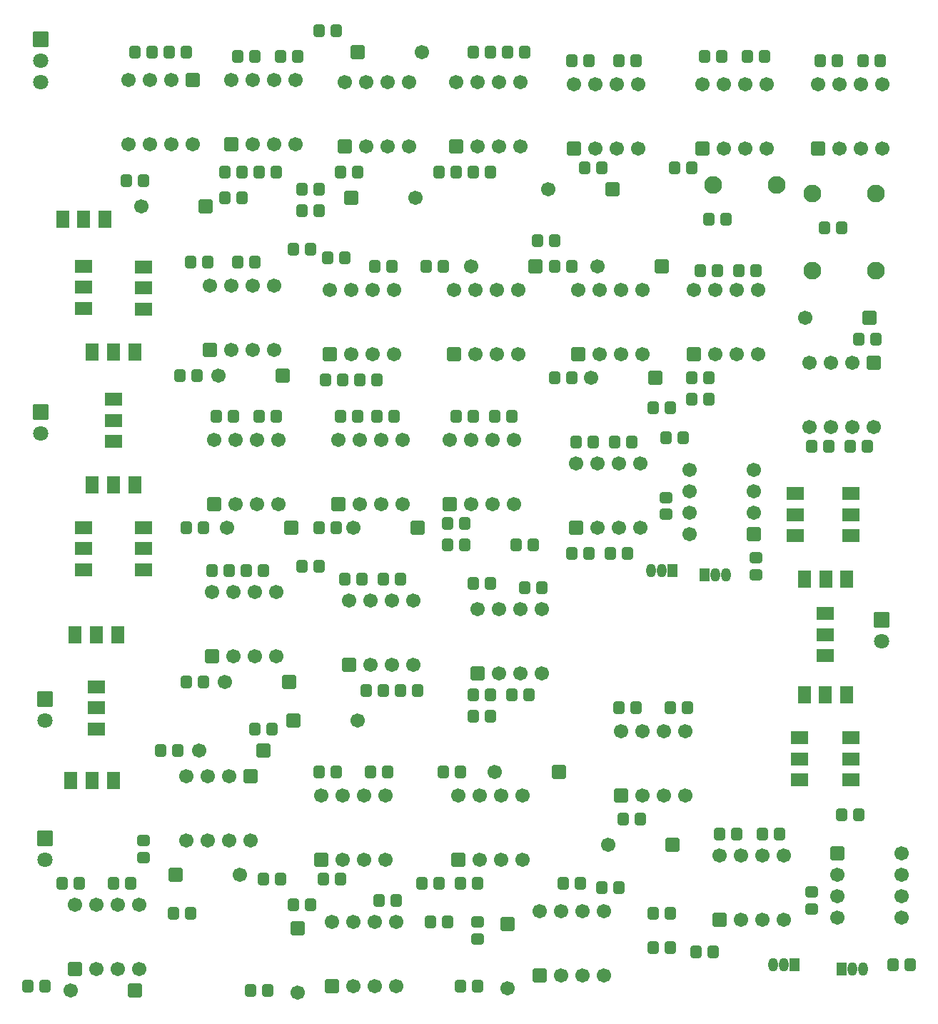
<source format=gbr>
%TF.GenerationSoftware,KiCad,Pcbnew,9.0.5*%
%TF.CreationDate,2025-11-05T22:12:35+05:30*%
%TF.ProjectId,final,66696e61-6c2e-46b6-9963-61645f706362,rev?*%
%TF.SameCoordinates,Original*%
%TF.FileFunction,Soldermask,Top*%
%TF.FilePolarity,Negative*%
%FSLAX46Y46*%
G04 Gerber Fmt 4.6, Leading zero omitted, Abs format (unit mm)*
G04 Created by KiCad (PCBNEW 9.0.5) date 2025-11-05 22:12:35*
%MOMM*%
%LPD*%
G01*
G04 APERTURE LIST*
G04 Aperture macros list*
%AMRoundRect*
0 Rectangle with rounded corners*
0 $1 Rounding radius*
0 $2 $3 $4 $5 $6 $7 $8 $9 X,Y pos of 4 corners*
0 Add a 4 corners polygon primitive as box body*
4,1,4,$2,$3,$4,$5,$6,$7,$8,$9,$2,$3,0*
0 Add four circle primitives for the rounded corners*
1,1,$1+$1,$2,$3*
1,1,$1+$1,$4,$5*
1,1,$1+$1,$6,$7*
1,1,$1+$1,$8,$9*
0 Add four rect primitives between the rounded corners*
20,1,$1+$1,$2,$3,$4,$5,0*
20,1,$1+$1,$4,$5,$6,$7,0*
20,1,$1+$1,$6,$7,$8,$9,0*
20,1,$1+$1,$8,$9,$2,$3,0*%
G04 Aperture macros list end*
%ADD10RoundRect,0.271166X-0.379634X-0.479634X0.379634X-0.479634X0.379634X0.479634X-0.379634X0.479634X0*%
%ADD11RoundRect,0.265875X-0.584925X-0.584925X0.584925X-0.584925X0.584925X0.584925X-0.584925X0.584925X0*%
%ADD12C,1.701600*%
%ADD13RoundRect,0.271166X0.379634X0.479634X-0.379634X0.479634X-0.379634X-0.479634X0.379634X-0.479634X0*%
%ADD14RoundRect,0.265875X0.584925X0.584925X-0.584925X0.584925X-0.584925X-0.584925X0.584925X-0.584925X0*%
%ADD15RoundRect,0.265875X0.584925X-0.584925X0.584925X0.584925X-0.584925X0.584925X-0.584925X-0.584925X0*%
%ADD16RoundRect,0.050800X-0.850000X-0.850000X0.850000X-0.850000X0.850000X0.850000X-0.850000X0.850000X0*%
%ADD17C,1.801600*%
%ADD18RoundRect,0.271166X-0.479634X0.379634X-0.479634X-0.379634X0.479634X-0.379634X0.479634X0.379634X0*%
%ADD19RoundRect,0.240240X-0.560560X-0.810560X0.560560X-0.810560X0.560560X0.810560X-0.560560X0.810560X0*%
%ADD20RoundRect,0.271166X0.479634X-0.379634X0.479634X0.379634X-0.479634X0.379634X-0.479634X-0.379634X0*%
%ADD21RoundRect,0.265875X-0.584925X0.584925X-0.584925X-0.584925X0.584925X-0.584925X0.584925X0.584925X0*%
%ADD22RoundRect,0.050800X0.525000X0.750000X-0.525000X0.750000X-0.525000X-0.750000X0.525000X-0.750000X0*%
%ADD23O,1.151600X1.601600*%
%ADD24RoundRect,0.240240X-0.810560X0.560560X-0.810560X-0.560560X0.810560X-0.560560X0.810560X0.560560X0*%
%ADD25C,2.101600*%
%ADD26RoundRect,0.240240X0.560560X0.810560X-0.560560X0.810560X-0.560560X-0.810560X0.560560X-0.810560X0*%
%ADD27RoundRect,0.240240X0.810560X-0.560560X0.810560X0.560560X-0.810560X0.560560X-0.810560X-0.560560X0*%
%ADD28RoundRect,0.050800X-0.525000X-0.750000X0.525000X-0.750000X0.525000X0.750000X-0.525000X0.750000X0*%
G04 APERTURE END LIST*
D10*
%TO.C,R59*%
X256540000Y-120396000D03*
X258540000Y-120396000D03*
%TD*%
D11*
%TO.C,U30*%
X254000000Y-181356000D03*
D12*
X254000000Y-183896000D03*
X254000000Y-186436000D03*
X254000000Y-188976000D03*
X261620000Y-188976000D03*
X261620000Y-186436000D03*
X261620000Y-183896000D03*
X261620000Y-181356000D03*
%TD*%
D10*
%TO.C,R20*%
X238776000Y-106172000D03*
X240776000Y-106172000D03*
%TD*%
%TO.C,R35*%
X197374000Y-125217000D03*
X199374000Y-125217000D03*
%TD*%
D13*
%TO.C,R70*%
X204184000Y-162052000D03*
X202184000Y-162052000D03*
%TD*%
D10*
%TO.C,R5*%
X170720000Y-86360000D03*
X172720000Y-86360000D03*
%TD*%
%TO.C,R42*%
X190500000Y-147320000D03*
X192500000Y-147320000D03*
%TD*%
%TO.C,R8*%
X195088000Y-100584000D03*
X197088000Y-100584000D03*
%TD*%
%TO.C,R91*%
X207264000Y-171704000D03*
X209264000Y-171704000D03*
%TD*%
%TO.C,R93*%
X189500000Y-187452000D03*
X191500000Y-187452000D03*
%TD*%
%TO.C,R31*%
X185436000Y-129540000D03*
X187436000Y-129540000D03*
%TD*%
D14*
%TO.C,D5*%
X188214000Y-124709000D03*
D12*
X180594000Y-124709000D03*
%TD*%
D10*
%TO.C,R73*%
X200168000Y-148844000D03*
X202168000Y-148844000D03*
%TD*%
D15*
%TO.C,U15*%
X223266000Y-122169000D03*
D12*
X225806000Y-122169000D03*
X228346000Y-122169000D03*
X230886000Y-122169000D03*
X230886000Y-114549000D03*
X228346000Y-114549000D03*
X225806000Y-114549000D03*
X223266000Y-114549000D03*
%TD*%
D15*
%TO.C,U10*%
X193802000Y-122169000D03*
D12*
X196342000Y-122169000D03*
X198882000Y-122169000D03*
X201422000Y-122169000D03*
X201422000Y-114549000D03*
X198882000Y-114549000D03*
X196342000Y-114549000D03*
X193802000Y-114549000D03*
%TD*%
D10*
%TO.C,R44*%
X207804000Y-144780000D03*
X209804000Y-144780000D03*
%TD*%
%TO.C,R77*%
X216916000Y-149860000D03*
X218916000Y-149860000D03*
%TD*%
%TO.C,R34*%
X199136000Y-111760000D03*
X201136000Y-111760000D03*
%TD*%
%TO.C,R19*%
X234728000Y-100076000D03*
X236728000Y-100076000D03*
%TD*%
%TO.C,R30*%
X180356000Y-129540000D03*
X182356000Y-129540000D03*
%TD*%
D15*
%TO.C,U8*%
X179578000Y-121661000D03*
D12*
X182118000Y-121661000D03*
X184658000Y-121661000D03*
X187198000Y-121661000D03*
X187198000Y-114041000D03*
X184658000Y-114041000D03*
X182118000Y-114041000D03*
X179578000Y-114041000D03*
%TD*%
D13*
%TO.C,R22*%
X245348000Y-86868000D03*
X243348000Y-86868000D03*
%TD*%
D10*
%TO.C,R108*%
X260620000Y-194564000D03*
X262620000Y-194564000D03*
%TD*%
D16*
%TO.C,J1*%
X159512000Y-84836000D03*
D17*
X159512000Y-87376000D03*
X159512000Y-89916000D03*
%TD*%
D18*
%TO.C,R80*%
X171704000Y-179848000D03*
X171704000Y-181848000D03*
%TD*%
D10*
%TO.C,R99*%
X205740000Y-189484000D03*
X207740000Y-189484000D03*
%TD*%
%TO.C,R49*%
X205232000Y-111760000D03*
X207232000Y-111760000D03*
%TD*%
D16*
%TO.C,J4*%
X160045000Y-179598000D03*
D17*
X160045000Y-182138000D03*
%TD*%
D13*
%TO.C,R103*%
X234172000Y-188468000D03*
X232172000Y-188468000D03*
%TD*%
D15*
%TO.C,U9*%
X180086000Y-139949000D03*
D12*
X182626000Y-139949000D03*
X185166000Y-139949000D03*
X187706000Y-139949000D03*
X187706000Y-132329000D03*
X185166000Y-132329000D03*
X182626000Y-132329000D03*
X180086000Y-132329000D03*
%TD*%
D10*
%TO.C,R3*%
X182896000Y-86868000D03*
X184896000Y-86868000D03*
%TD*%
%TO.C,R26*%
X176038000Y-124709000D03*
X178038000Y-124709000D03*
%TD*%
D13*
%TO.C,R61*%
X252952000Y-133096000D03*
X250952000Y-133096000D03*
%TD*%
D10*
%TO.C,R82*%
X162068000Y-184912000D03*
X164068000Y-184912000D03*
%TD*%
D14*
%TO.C,D6*%
X189230000Y-142748000D03*
D12*
X181610000Y-142748000D03*
%TD*%
D15*
%TO.C,U18*%
X223012000Y-142748000D03*
D12*
X225552000Y-142748000D03*
X228092000Y-142748000D03*
X230632000Y-142748000D03*
X230632000Y-135128000D03*
X228092000Y-135128000D03*
X225552000Y-135128000D03*
X223012000Y-135128000D03*
%TD*%
D11*
%TO.C,D14*%
X189484000Y-165608000D03*
D12*
X197104000Y-165608000D03*
%TD*%
D14*
%TO.C,D12*%
X257810000Y-117856000D03*
D12*
X250190000Y-117856000D03*
%TD*%
D10*
%TO.C,R52*%
X223012000Y-132588000D03*
X225012000Y-132588000D03*
%TD*%
%TO.C,R6*%
X174768000Y-86360000D03*
X176768000Y-86360000D03*
%TD*%
D13*
%TO.C,R74*%
X217408000Y-162560000D03*
X215408000Y-162560000D03*
%TD*%
%TO.C,R13*%
X192516000Y-105156000D03*
X190516000Y-105156000D03*
%TD*%
D10*
%TO.C,R55*%
X218440000Y-108712000D03*
X220440000Y-108712000D03*
%TD*%
D14*
%TO.C,D16*%
X170688000Y-197612000D03*
D12*
X163068000Y-197612000D03*
%TD*%
D10*
%TO.C,R43*%
X199406000Y-129540000D03*
X201406000Y-129540000D03*
%TD*%
%TO.C,R37*%
X176784000Y-161036000D03*
X178784000Y-161036000D03*
%TD*%
D19*
%TO.C,SW13*%
X163108000Y-172720000D03*
X165608000Y-172720000D03*
X168108000Y-172720000D03*
%TD*%
D14*
%TO.C,D20*%
X234442000Y-180340000D03*
D12*
X226822000Y-180340000D03*
%TD*%
D14*
%TO.C,U19*%
X244089000Y-143510000D03*
D12*
X244089000Y-140970000D03*
X244089000Y-138430000D03*
X244089000Y-135890000D03*
X236469000Y-135890000D03*
X236469000Y-138430000D03*
X236469000Y-140970000D03*
X236469000Y-143510000D03*
%TD*%
D13*
%TO.C,R71*%
X200120000Y-162052000D03*
X198120000Y-162052000D03*
%TD*%
%TO.C,R45*%
X209772000Y-142240000D03*
X207772000Y-142240000D03*
%TD*%
D20*
%TO.C,R67*%
X244348000Y-148320000D03*
X244348000Y-146320000D03*
%TD*%
D21*
%TO.C,U17*%
X258318000Y-123195000D03*
D12*
X255778000Y-123195000D03*
X253238000Y-123195000D03*
X250698000Y-123195000D03*
X250698000Y-130815000D03*
X253238000Y-130815000D03*
X255778000Y-130815000D03*
X258318000Y-130815000D03*
%TD*%
D13*
%TO.C,R100*%
X230616000Y-177292000D03*
X228616000Y-177292000D03*
%TD*%
D10*
%TO.C,R68*%
X173752000Y-169164000D03*
X175752000Y-169164000D03*
%TD*%
%TO.C,R12*%
X190500000Y-102616000D03*
X192500000Y-102616000D03*
%TD*%
D20*
%TO.C,R97*%
X211312000Y-191500000D03*
X211312000Y-189500000D03*
%TD*%
D22*
%TO.C,Q2*%
X234442000Y-147828000D03*
D23*
X233172000Y-147828000D03*
X231902000Y-147828000D03*
%TD*%
D24*
%TO.C,SW2*%
X168148000Y-127548000D03*
X168148000Y-130048000D03*
X168148000Y-132548000D03*
%TD*%
D10*
%TO.C,R46*%
X208820000Y-129540000D03*
X210820000Y-129540000D03*
%TD*%
%TO.C,R38*%
X192548000Y-142748000D03*
X194548000Y-142748000D03*
%TD*%
%TO.C,R17*%
X222520000Y-87376000D03*
X224520000Y-87376000D03*
%TD*%
D25*
%TO.C,C2*%
X251072000Y-112268000D03*
X258572000Y-112268000D03*
%TD*%
D10*
%TO.C,R96*%
X226060000Y-185420000D03*
X228060000Y-185420000D03*
%TD*%
D26*
%TO.C,SW7*%
X170648000Y-137668000D03*
X168148000Y-137668000D03*
X165648000Y-137668000D03*
%TD*%
D10*
%TO.C,R94*%
X199660000Y-186944000D03*
X201660000Y-186944000D03*
%TD*%
D15*
%TO.C,U13*%
X208026000Y-139949000D03*
D12*
X210566000Y-139949000D03*
X213106000Y-139949000D03*
X215646000Y-139949000D03*
X215646000Y-132329000D03*
X213106000Y-132329000D03*
X210566000Y-132329000D03*
X208026000Y-132329000D03*
%TD*%
D15*
%TO.C,U3*%
X195580000Y-97536000D03*
D12*
X198120000Y-97536000D03*
X200660000Y-97536000D03*
X203200000Y-97536000D03*
X203200000Y-89916000D03*
X200660000Y-89916000D03*
X198120000Y-89916000D03*
X195580000Y-89916000D03*
%TD*%
D10*
%TO.C,R89*%
X204724000Y-184912000D03*
X206724000Y-184912000D03*
%TD*%
D13*
%TO.C,R25*%
X254492000Y-107188000D03*
X252492000Y-107188000D03*
%TD*%
D10*
%TO.C,R81*%
X157988000Y-197104000D03*
X159988000Y-197104000D03*
%TD*%
%TO.C,R40*%
X183912000Y-147828000D03*
X185912000Y-147828000D03*
%TD*%
%TO.C,R54*%
X232188000Y-128524000D03*
X234188000Y-128524000D03*
%TD*%
D14*
%TO.C,D1*%
X179070000Y-104648000D03*
D12*
X171450000Y-104648000D03*
%TD*%
D22*
%TO.C,Q3*%
X248920000Y-194564000D03*
D23*
X247650000Y-194564000D03*
X246380000Y-194564000D03*
%TD*%
D15*
%TO.C,U21*%
X196088000Y-159004000D03*
D12*
X198628000Y-159004000D03*
X201168000Y-159004000D03*
X203708000Y-159004000D03*
X203708000Y-151384000D03*
X201168000Y-151384000D03*
X198628000Y-151384000D03*
X196088000Y-151384000D03*
%TD*%
D10*
%TO.C,R21*%
X238268000Y-86868000D03*
X240268000Y-86868000D03*
%TD*%
D13*
%TO.C,R105*%
X239236000Y-193040000D03*
X237236000Y-193040000D03*
%TD*%
D10*
%TO.C,R85*%
X175260000Y-188468000D03*
X177260000Y-188468000D03*
%TD*%
D24*
%TO.C,SW4*%
X171704000Y-111840000D03*
X171704000Y-114340000D03*
X171704000Y-116840000D03*
%TD*%
D15*
%TO.C,U28*%
X228346000Y-174493000D03*
D12*
X230886000Y-174493000D03*
X233426000Y-174493000D03*
X235966000Y-174493000D03*
X235966000Y-166873000D03*
X233426000Y-166873000D03*
X230886000Y-166873000D03*
X228346000Y-166873000D03*
%TD*%
D15*
%TO.C,U7*%
X251714000Y-97785000D03*
D12*
X254254000Y-97785000D03*
X256794000Y-97785000D03*
X259334000Y-97785000D03*
X259334000Y-90165000D03*
X256794000Y-90165000D03*
X254254000Y-90165000D03*
X251714000Y-90165000D03*
%TD*%
D15*
%TO.C,U12*%
X194818000Y-139949000D03*
D12*
X197358000Y-139949000D03*
X199898000Y-139949000D03*
X202438000Y-139949000D03*
X202438000Y-132329000D03*
X199898000Y-132329000D03*
X197358000Y-132329000D03*
X194818000Y-132329000D03*
%TD*%
D10*
%TO.C,R92*%
X184404000Y-197612000D03*
X186404000Y-197612000D03*
%TD*%
D15*
%TO.C,U5*%
X222758000Y-97785000D03*
D12*
X225298000Y-97785000D03*
X227838000Y-97785000D03*
X230378000Y-97785000D03*
X230378000Y-90165000D03*
X227838000Y-90165000D03*
X225298000Y-90165000D03*
X222758000Y-90165000D03*
%TD*%
D10*
%TO.C,R75*%
X210820000Y-165100000D03*
X212820000Y-165100000D03*
%TD*%
D24*
%TO.C,SW6*%
X171704000Y-142748000D03*
X171704000Y-145248000D03*
X171704000Y-147748000D03*
%TD*%
D13*
%TO.C,R79*%
X183356000Y-100584000D03*
X181356000Y-100584000D03*
%TD*%
D19*
%TO.C,SW1*%
X162132000Y-106172000D03*
X164632000Y-106172000D03*
X167132000Y-106172000D03*
%TD*%
D10*
%TO.C,R27*%
X177308000Y-111252000D03*
X179308000Y-111252000D03*
%TD*%
%TO.C,R106*%
X240030000Y-179065000D03*
X242030000Y-179065000D03*
%TD*%
D27*
%TO.C,SW5*%
X164592000Y-116760000D03*
X164592000Y-114260000D03*
X164592000Y-111760000D03*
%TD*%
D10*
%TO.C,R14*%
X210820000Y-86360000D03*
X212820000Y-86360000D03*
%TD*%
D14*
%TO.C,D13*%
X185928000Y-169164000D03*
D12*
X178308000Y-169164000D03*
%TD*%
D15*
%TO.C,U27*%
X218694000Y-195829000D03*
D12*
X221234000Y-195829000D03*
X223774000Y-195829000D03*
X226314000Y-195829000D03*
X226314000Y-188209000D03*
X223774000Y-188209000D03*
X221234000Y-188209000D03*
X218694000Y-188209000D03*
%TD*%
D10*
%TO.C,R107*%
X245126000Y-179065000D03*
X247126000Y-179065000D03*
%TD*%
D28*
%TO.C,Q1*%
X238252000Y-148336000D03*
D23*
X239522000Y-148336000D03*
X240792000Y-148336000D03*
%TD*%
D13*
%TO.C,R36*%
X195310000Y-125217000D03*
X193310000Y-125217000D03*
%TD*%
D10*
%TO.C,R102*%
X234188000Y-164084000D03*
X236188000Y-164084000D03*
%TD*%
%TO.C,R7*%
X169704000Y-101600000D03*
X171704000Y-101600000D03*
%TD*%
D13*
%TO.C,R63*%
X229076000Y-145796000D03*
X227076000Y-145796000D03*
%TD*%
D10*
%TO.C,R62*%
X227600000Y-132588000D03*
X229600000Y-132588000D03*
%TD*%
D13*
%TO.C,R78*%
X212836000Y-162560000D03*
X210836000Y-162560000D03*
%TD*%
%TO.C,R2*%
X187420000Y-100584000D03*
X185420000Y-100584000D03*
%TD*%
D21*
%TO.C,U20*%
X184404000Y-172212000D03*
D12*
X181864000Y-172212000D03*
X179324000Y-172212000D03*
X176784000Y-172212000D03*
X176784000Y-179832000D03*
X179324000Y-179832000D03*
X181864000Y-179832000D03*
X184404000Y-179832000D03*
%TD*%
D16*
%TO.C,J5*%
X259209500Y-153690000D03*
D17*
X259209500Y-156230000D03*
%TD*%
D14*
%TO.C,D7*%
X188976000Y-161036000D03*
D12*
X181356000Y-161036000D03*
%TD*%
D11*
%TO.C,D3*%
X197104000Y-86360000D03*
D12*
X204724000Y-86360000D03*
%TD*%
D13*
%TO.C,R16*%
X226044000Y-100076000D03*
X224044000Y-100076000D03*
%TD*%
%TO.C,R15*%
X216884000Y-86360000D03*
X214884000Y-86360000D03*
%TD*%
D10*
%TO.C,R101*%
X228092000Y-164084000D03*
X230092000Y-164084000D03*
%TD*%
D13*
%TO.C,R32*%
X191500000Y-109728000D03*
X189500000Y-109728000D03*
%TD*%
D19*
%TO.C,SW20*%
X250120500Y-148844000D03*
X252620500Y-148844000D03*
X255120500Y-148844000D03*
%TD*%
%TO.C,SW3*%
X165648000Y-121920000D03*
X168148000Y-121920000D03*
X170648000Y-121920000D03*
%TD*%
D14*
%TO.C,D17*%
X220980000Y-171704000D03*
D12*
X213360000Y-171704000D03*
%TD*%
D13*
%TO.C,R18*%
X230124000Y-87376000D03*
X228124000Y-87376000D03*
%TD*%
D15*
%TO.C,U26*%
X194056000Y-197104000D03*
D12*
X196596000Y-197104000D03*
X199136000Y-197104000D03*
X201676000Y-197104000D03*
X201676000Y-189484000D03*
X199136000Y-189484000D03*
X196596000Y-189484000D03*
X194056000Y-189484000D03*
%TD*%
D24*
%TO.C,SW16*%
X255628500Y-167680000D03*
X255628500Y-170180000D03*
X255628500Y-172680000D03*
%TD*%
D10*
%TO.C,R51*%
X220472000Y-111760000D03*
X222472000Y-111760000D03*
%TD*%
D13*
%TO.C,R86*%
X195040000Y-184404000D03*
X193040000Y-184404000D03*
%TD*%
D18*
%TO.C,R65*%
X233680000Y-139192000D03*
X233680000Y-141192000D03*
%TD*%
D15*
%TO.C,U22*%
X211328000Y-160020000D03*
D12*
X213868000Y-160020000D03*
X216408000Y-160020000D03*
X218948000Y-160020000D03*
X218948000Y-152400000D03*
X216408000Y-152400000D03*
X213868000Y-152400000D03*
X211328000Y-152400000D03*
%TD*%
D21*
%TO.C,D18*%
X189992000Y-190246000D03*
D12*
X189992000Y-197866000D03*
%TD*%
D26*
%TO.C,SW19*%
X255080500Y-162560000D03*
X252580500Y-162560000D03*
X250080500Y-162560000D03*
%TD*%
D13*
%TO.C,R66*%
X235696000Y-132080000D03*
X233696000Y-132080000D03*
%TD*%
D24*
%TO.C,SW18*%
X255628500Y-138724000D03*
X255628500Y-141224000D03*
X255628500Y-143724000D03*
%TD*%
D13*
%TO.C,R11*%
X212836000Y-100584000D03*
X210836000Y-100584000D03*
%TD*%
D10*
%TO.C,R83*%
X168164000Y-184912000D03*
X170164000Y-184912000D03*
%TD*%
%TO.C,R9*%
X192548000Y-83820000D03*
X194548000Y-83820000D03*
%TD*%
D13*
%TO.C,R60*%
X257524000Y-133096000D03*
X255524000Y-133096000D03*
%TD*%
D10*
%TO.C,R58*%
X242332000Y-112268000D03*
X244332000Y-112268000D03*
%TD*%
D15*
%TO.C,U23*%
X163576000Y-195072000D03*
D12*
X166116000Y-195072000D03*
X168656000Y-195072000D03*
X171196000Y-195072000D03*
X171196000Y-187452000D03*
X168656000Y-187452000D03*
X166116000Y-187452000D03*
X163576000Y-187452000D03*
%TD*%
D10*
%TO.C,R4*%
X187992000Y-86868000D03*
X189992000Y-86868000D03*
%TD*%
D11*
%TO.C,D15*%
X175514000Y-183896000D03*
D12*
X183134000Y-183896000D03*
%TD*%
D10*
%TO.C,R104*%
X232172000Y-192532000D03*
X234172000Y-192532000D03*
%TD*%
%TO.C,R47*%
X213376000Y-129540000D03*
X215376000Y-129540000D03*
%TD*%
%TO.C,R41*%
X195088000Y-129540000D03*
X197088000Y-129540000D03*
%TD*%
D21*
%TO.C,U2*%
X177546000Y-89667000D03*
D12*
X175006000Y-89667000D03*
X172466000Y-89667000D03*
X169926000Y-89667000D03*
X169926000Y-97287000D03*
X172466000Y-97287000D03*
X175006000Y-97287000D03*
X177546000Y-97287000D03*
%TD*%
D11*
%TO.C,D2*%
X196342000Y-103632000D03*
D12*
X203962000Y-103632000D03*
%TD*%
D27*
%TO.C,SW22*%
X249024500Y-143724000D03*
X249024500Y-141224000D03*
X249024500Y-138724000D03*
%TD*%
D25*
%TO.C,C3*%
X258572000Y-103124000D03*
X251072000Y-103124000D03*
%TD*%
D10*
%TO.C,R29*%
X176784000Y-142748000D03*
X178784000Y-142748000D03*
%TD*%
D15*
%TO.C,U14*%
X208534000Y-122169000D03*
D12*
X211074000Y-122169000D03*
X213614000Y-122169000D03*
X216154000Y-122169000D03*
X216154000Y-114549000D03*
X213614000Y-114549000D03*
X211074000Y-114549000D03*
X208534000Y-114549000D03*
%TD*%
D20*
%TO.C,R109*%
X250952000Y-187960000D03*
X250952000Y-185960000D03*
%TD*%
D13*
%TO.C,R56*%
X238728000Y-124968000D03*
X236728000Y-124968000D03*
%TD*%
D27*
%TO.C,SW8*%
X164592000Y-147748000D03*
X164592000Y-145248000D03*
X164592000Y-142748000D03*
%TD*%
D15*
%TO.C,U4*%
X208788000Y-97536000D03*
D12*
X211328000Y-97536000D03*
X213868000Y-97536000D03*
X216408000Y-97536000D03*
X216408000Y-89916000D03*
X213868000Y-89916000D03*
X211328000Y-89916000D03*
X208788000Y-89916000D03*
%TD*%
D15*
%TO.C,U29*%
X240030000Y-189225000D03*
D12*
X242570000Y-189225000D03*
X245110000Y-189225000D03*
X247650000Y-189225000D03*
X247650000Y-181605000D03*
X245110000Y-181605000D03*
X242570000Y-181605000D03*
X240030000Y-181605000D03*
%TD*%
D14*
%TO.C,D11*%
X218186000Y-111760000D03*
D12*
X210566000Y-111760000D03*
%TD*%
D16*
%TO.C,J2*%
X159512000Y-129032000D03*
D17*
X159512000Y-131572000D03*
%TD*%
D10*
%TO.C,R95*%
X209296000Y-197104000D03*
X211296000Y-197104000D03*
%TD*%
%TO.C,R28*%
X182880000Y-111252000D03*
X184880000Y-111252000D03*
%TD*%
D16*
%TO.C,J3*%
X160020000Y-163068000D03*
D17*
X160020000Y-165608000D03*
%TD*%
D25*
%TO.C,C1*%
X239268000Y-102108000D03*
X246768000Y-102108000D03*
%TD*%
D10*
%TO.C,R10*%
X206756000Y-100584000D03*
X208756000Y-100584000D03*
%TD*%
D28*
%TO.C,Q4*%
X254508000Y-195072000D03*
D23*
X255778000Y-195072000D03*
X257048000Y-195072000D03*
%TD*%
D10*
%TO.C,R23*%
X251984000Y-87376000D03*
X253984000Y-87376000D03*
%TD*%
%TO.C,R50*%
X220472000Y-124968000D03*
X222472000Y-124968000D03*
%TD*%
%TO.C,R57*%
X237776000Y-112268000D03*
X239776000Y-112268000D03*
%TD*%
%TO.C,R87*%
X192532000Y-171704000D03*
X194532000Y-171704000D03*
%TD*%
D27*
%TO.C,SW21*%
X249532500Y-172680000D03*
X249532500Y-170180000D03*
X249532500Y-167680000D03*
%TD*%
D10*
%TO.C,R53*%
X236728000Y-127508000D03*
X238728000Y-127508000D03*
%TD*%
%TO.C,R72*%
X195580000Y-148844000D03*
X197580000Y-148844000D03*
%TD*%
D15*
%TO.C,U16*%
X236982000Y-122169000D03*
D12*
X239522000Y-122169000D03*
X242062000Y-122169000D03*
X244602000Y-122169000D03*
X244602000Y-114549000D03*
X242062000Y-114549000D03*
X239522000Y-114549000D03*
X236982000Y-114549000D03*
%TD*%
D26*
%TO.C,SW12*%
X168616000Y-155448000D03*
X166116000Y-155448000D03*
X163616000Y-155448000D03*
%TD*%
D14*
%TO.C,D4*%
X227330000Y-102616000D03*
D12*
X219710000Y-102616000D03*
%TD*%
D13*
%TO.C,R24*%
X259064000Y-87376000D03*
X257064000Y-87376000D03*
%TD*%
D10*
%TO.C,R98*%
X221504000Y-184912000D03*
X223504000Y-184912000D03*
%TD*%
%TO.C,R88*%
X198644000Y-171704000D03*
X200644000Y-171704000D03*
%TD*%
D21*
%TO.C,D19*%
X214884000Y-189738000D03*
D12*
X214884000Y-197358000D03*
%TD*%
D15*
%TO.C,U6*%
X237998000Y-97785000D03*
D12*
X240538000Y-97785000D03*
X243078000Y-97785000D03*
X245618000Y-97785000D03*
X245618000Y-90165000D03*
X243078000Y-90165000D03*
X240538000Y-90165000D03*
X237998000Y-90165000D03*
%TD*%
D15*
%TO.C,U25*%
X209042000Y-182113000D03*
D12*
X211582000Y-182113000D03*
X214122000Y-182113000D03*
X216662000Y-182113000D03*
X216662000Y-174493000D03*
X214122000Y-174493000D03*
X211582000Y-174493000D03*
X209042000Y-174493000D03*
%TD*%
D14*
%TO.C,D9*%
X233172000Y-111760000D03*
D12*
X225552000Y-111760000D03*
%TD*%
D13*
%TO.C,R90*%
X211296000Y-184912000D03*
X209296000Y-184912000D03*
%TD*%
D10*
%TO.C,R76*%
X210836000Y-149352000D03*
X212836000Y-149352000D03*
%TD*%
D14*
%TO.C,D10*%
X232410000Y-124968000D03*
D12*
X224790000Y-124968000D03*
%TD*%
D14*
%TO.C,D8*%
X204216000Y-142748000D03*
D12*
X196596000Y-142748000D03*
%TD*%
D24*
%TO.C,SW10*%
X166116000Y-161624000D03*
X166116000Y-164124000D03*
X166116000Y-166624000D03*
%TD*%
D10*
%TO.C,R69*%
X184912000Y-166624000D03*
X186912000Y-166624000D03*
%TD*%
D27*
%TO.C,SW17*%
X252580500Y-157948000D03*
X252580500Y-155448000D03*
X252580500Y-152948000D03*
%TD*%
D13*
%TO.C,R48*%
X224504000Y-145796000D03*
X222504000Y-145796000D03*
%TD*%
D10*
%TO.C,R39*%
X179832000Y-147828000D03*
X181832000Y-147828000D03*
%TD*%
D15*
%TO.C,U1*%
X182118000Y-97277000D03*
D12*
X184658000Y-97277000D03*
X187198000Y-97277000D03*
X189738000Y-97277000D03*
X189738000Y-89657000D03*
X187198000Y-89657000D03*
X184658000Y-89657000D03*
X182118000Y-89657000D03*
%TD*%
D10*
%TO.C,R64*%
X215916000Y-144780000D03*
X217916000Y-144780000D03*
%TD*%
%TO.C,R1*%
X181388000Y-103632000D03*
X183388000Y-103632000D03*
%TD*%
%TO.C,R84*%
X185928000Y-184404000D03*
X187928000Y-184404000D03*
%TD*%
D15*
%TO.C,U11*%
X179832000Y-157988000D03*
D12*
X182372000Y-157988000D03*
X184912000Y-157988000D03*
X187452000Y-157988000D03*
X187452000Y-150368000D03*
X184912000Y-150368000D03*
X182372000Y-150368000D03*
X179832000Y-150368000D03*
%TD*%
D10*
%TO.C,R110*%
X254524000Y-176784000D03*
X256524000Y-176784000D03*
%TD*%
%TO.C,R33*%
X193548000Y-110744000D03*
X195548000Y-110744000D03*
%TD*%
D15*
%TO.C,U24*%
X192786000Y-182113000D03*
D12*
X195326000Y-182113000D03*
X197866000Y-182113000D03*
X200406000Y-182113000D03*
X200406000Y-174493000D03*
X197866000Y-174493000D03*
X195326000Y-174493000D03*
X192786000Y-174493000D03*
%TD*%
M02*

</source>
